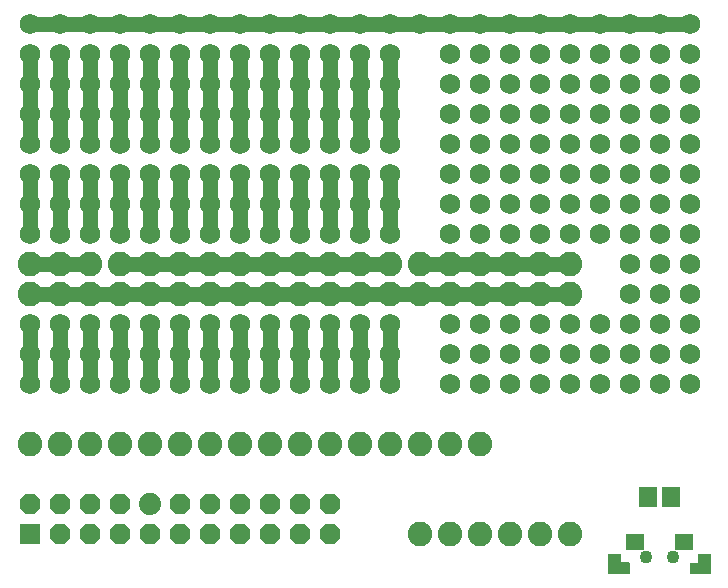
<source format=gts>
G04 EAGLE Gerber RS-274X export*
G75*
%MOMM*%
%FSLAX34Y34*%
%LPD*%
%INtop_mask*%
%IPPOS*%
%AMOC8*
5,1,8,0,0,1.08239X$1,22.5*%
G01*
%ADD10C,1.270000*%
%ADD11R,1.727200X1.727200*%
%ADD12P,1.869504X8X22.500000*%
%ADD13C,1.879600*%
%ADD14C,2.082800*%
%ADD15C,1.103200*%
%ADD16R,1.503200X1.403200*%
%ADD17R,0.812800X0.508000*%
%ADD18R,1.503200X1.703200*%
%ADD19C,1.727200*%

G36*
X761408Y360152D02*
X761408Y360152D01*
X761417Y360151D01*
X761505Y360172D01*
X761595Y360190D01*
X761602Y360195D01*
X761610Y360197D01*
X761683Y360251D01*
X761759Y360303D01*
X761763Y360310D01*
X761770Y360315D01*
X761817Y360393D01*
X761866Y360470D01*
X761867Y360479D01*
X761872Y360486D01*
X761899Y360650D01*
X761899Y369650D01*
X761899Y369652D01*
X761899Y369653D01*
X761898Y369659D01*
X761899Y369667D01*
X761878Y369755D01*
X761860Y369845D01*
X761855Y369852D01*
X761853Y369860D01*
X761799Y369933D01*
X761747Y370009D01*
X761740Y370013D01*
X761735Y370020D01*
X761657Y370067D01*
X761580Y370116D01*
X761571Y370117D01*
X761564Y370122D01*
X761400Y370149D01*
X754899Y370149D01*
X754899Y376650D01*
X754898Y376658D01*
X754899Y376667D01*
X754878Y376755D01*
X754860Y376845D01*
X754855Y376852D01*
X754853Y376860D01*
X754799Y376933D01*
X754747Y377009D01*
X754740Y377013D01*
X754735Y377020D01*
X754657Y377067D01*
X754580Y377116D01*
X754571Y377117D01*
X754564Y377122D01*
X754400Y377149D01*
X744400Y377149D01*
X744392Y377148D01*
X744383Y377149D01*
X744295Y377128D01*
X744205Y377110D01*
X744198Y377105D01*
X744190Y377103D01*
X744117Y377049D01*
X744041Y376997D01*
X744037Y376990D01*
X744030Y376985D01*
X743983Y376907D01*
X743934Y376830D01*
X743933Y376821D01*
X743928Y376814D01*
X743901Y376650D01*
X743901Y360650D01*
X743902Y360642D01*
X743901Y360633D01*
X743922Y360545D01*
X743940Y360455D01*
X743945Y360448D01*
X743947Y360440D01*
X744001Y360367D01*
X744053Y360291D01*
X744060Y360287D01*
X744065Y360280D01*
X744143Y360233D01*
X744220Y360184D01*
X744229Y360183D01*
X744236Y360178D01*
X744400Y360151D01*
X761400Y360151D01*
X761408Y360152D01*
G37*
G36*
X830408Y360152D02*
X830408Y360152D01*
X830417Y360151D01*
X830505Y360172D01*
X830595Y360190D01*
X830602Y360195D01*
X830610Y360197D01*
X830683Y360251D01*
X830759Y360303D01*
X830763Y360310D01*
X830770Y360315D01*
X830817Y360393D01*
X830866Y360470D01*
X830867Y360479D01*
X830872Y360486D01*
X830899Y360650D01*
X830899Y376650D01*
X830898Y376658D01*
X830899Y376667D01*
X830878Y376755D01*
X830860Y376845D01*
X830855Y376852D01*
X830853Y376860D01*
X830799Y376933D01*
X830747Y377009D01*
X830740Y377013D01*
X830735Y377020D01*
X830657Y377067D01*
X830580Y377116D01*
X830571Y377117D01*
X830564Y377122D01*
X830400Y377149D01*
X820400Y377149D01*
X820392Y377148D01*
X820383Y377149D01*
X820295Y377128D01*
X820205Y377110D01*
X820198Y377105D01*
X820190Y377103D01*
X820117Y377049D01*
X820041Y376997D01*
X820037Y376990D01*
X820030Y376985D01*
X819983Y376907D01*
X819934Y376830D01*
X819933Y376821D01*
X819928Y376814D01*
X819901Y376650D01*
X819901Y369149D01*
X813400Y369149D01*
X813392Y369148D01*
X813383Y369149D01*
X813295Y369128D01*
X813205Y369110D01*
X813198Y369105D01*
X813190Y369103D01*
X813117Y369049D01*
X813041Y368997D01*
X813037Y368990D01*
X813030Y368985D01*
X812983Y368907D01*
X812934Y368830D01*
X812933Y368821D01*
X812928Y368814D01*
X812901Y368650D01*
X812901Y360650D01*
X812902Y360642D01*
X812901Y360633D01*
X812922Y360545D01*
X812940Y360455D01*
X812945Y360448D01*
X812947Y360440D01*
X813001Y360367D01*
X813053Y360291D01*
X813060Y360287D01*
X813065Y360280D01*
X813143Y360233D01*
X813220Y360184D01*
X813229Y360183D01*
X813236Y360178D01*
X813400Y360151D01*
X830400Y360151D01*
X830408Y360152D01*
G37*
D10*
X330200Y723900D02*
X330200Y800100D01*
X355600Y800100D02*
X355600Y723900D01*
X381000Y723900D02*
X381000Y800100D01*
X406400Y800100D02*
X406400Y723900D01*
X431800Y723900D02*
X431800Y800100D01*
X457200Y800100D02*
X457200Y723900D01*
X482600Y723900D02*
X482600Y800100D01*
X508000Y800100D02*
X508000Y723900D01*
X533400Y723900D02*
X533400Y800100D01*
X558800Y800100D02*
X558800Y723900D01*
X330200Y698500D02*
X330200Y647700D01*
X355600Y647700D02*
X355600Y698500D01*
X381000Y698500D02*
X381000Y647700D01*
X406400Y647700D02*
X406400Y698500D01*
X431800Y698500D02*
X431800Y647700D01*
X457200Y647700D02*
X457200Y698500D01*
X482600Y698500D02*
X482600Y647700D01*
X508000Y647700D02*
X508000Y698500D01*
X533400Y698500D02*
X533400Y647700D01*
X558800Y647700D02*
X558800Y698500D01*
X330200Y571500D02*
X330200Y520700D01*
X355600Y520700D02*
X355600Y571500D01*
X381000Y571500D02*
X381000Y520700D01*
X406400Y520700D02*
X406400Y571500D01*
X431800Y571500D02*
X431800Y520700D01*
X457200Y520700D02*
X457200Y571500D01*
X482600Y571500D02*
X482600Y520700D01*
X508000Y520700D02*
X508000Y571500D01*
X533400Y571500D02*
X533400Y520700D01*
X558800Y520700D02*
X558800Y571500D01*
X711200Y596900D02*
X254000Y596900D01*
X330200Y622300D02*
X558800Y622300D01*
X304800Y647700D02*
X304800Y698500D01*
X279400Y698500D02*
X279400Y647700D01*
X254000Y647700D02*
X254000Y698500D01*
X254000Y571500D02*
X254000Y520700D01*
X279400Y520700D02*
X279400Y571500D01*
X304800Y571500D02*
X304800Y520700D01*
X304800Y723900D02*
X304800Y800100D01*
X279400Y800100D02*
X279400Y723900D01*
X254000Y723900D02*
X254000Y800100D01*
X254000Y622300D02*
X304800Y622300D01*
X584200Y622300D02*
X711200Y622300D01*
X812800Y825500D02*
X254000Y825500D01*
D11*
X254000Y393700D03*
D12*
X254000Y419100D03*
X279400Y393700D03*
X279400Y419100D03*
X304800Y393700D03*
X304800Y419100D03*
X330200Y393700D03*
X330200Y419100D03*
X355600Y393700D03*
D13*
X355600Y419100D03*
D12*
X381000Y393700D03*
X381000Y419100D03*
X406400Y393700D03*
X406400Y419100D03*
X431800Y393700D03*
X431800Y419100D03*
X457200Y393700D03*
X457200Y419100D03*
X482600Y393700D03*
X482600Y419100D03*
X508000Y393700D03*
X508000Y419100D03*
D14*
X558800Y596900D03*
X533400Y596900D03*
X508000Y596900D03*
X482600Y596900D03*
X457200Y596900D03*
X431800Y596900D03*
X406400Y596900D03*
X381000Y596900D03*
X355600Y596900D03*
X330200Y596900D03*
X558800Y622300D03*
X533400Y622300D03*
X508000Y622300D03*
X482600Y622300D03*
X457200Y622300D03*
X431800Y622300D03*
X406400Y622300D03*
X381000Y622300D03*
X355600Y622300D03*
X330200Y622300D03*
X254000Y622300D03*
X279400Y622300D03*
X304800Y622300D03*
X254000Y596900D03*
X279400Y596900D03*
X304800Y596900D03*
X584200Y393700D03*
X609600Y393700D03*
X635000Y393700D03*
X660400Y393700D03*
X685800Y393700D03*
X711200Y393700D03*
X254000Y469900D03*
X279400Y469900D03*
X381000Y469900D03*
X355600Y469900D03*
X330200Y469900D03*
X304800Y469900D03*
X508000Y469900D03*
X533400Y469900D03*
X558800Y469900D03*
X584200Y469900D03*
X431800Y469900D03*
X406400Y469900D03*
X482600Y469900D03*
X457200Y469900D03*
X609600Y469900D03*
X635000Y469900D03*
X584200Y622300D03*
X609600Y622300D03*
X635000Y622300D03*
X660400Y622300D03*
X685800Y622300D03*
X711200Y622300D03*
X584200Y596900D03*
X609600Y596900D03*
X635000Y596900D03*
X660400Y596900D03*
X685800Y596900D03*
X711200Y596900D03*
D15*
X775900Y374650D03*
D16*
X808400Y387650D03*
X766400Y387650D03*
D15*
X798900Y374650D03*
D17*
X750570Y364490D03*
X822960Y364490D03*
D18*
X796900Y425450D03*
X777900Y425450D03*
D19*
X787400Y825500D03*
X254000Y825500D03*
X812800Y825500D03*
X381000Y825500D03*
X304800Y825500D03*
X279400Y825500D03*
X330200Y825500D03*
X355600Y825500D03*
X406400Y825500D03*
X431800Y825500D03*
X457200Y825500D03*
X482600Y825500D03*
X508000Y825500D03*
X533400Y825500D03*
X558800Y825500D03*
X584200Y825500D03*
X609600Y825500D03*
X635000Y825500D03*
X660400Y825500D03*
X685800Y825500D03*
X711200Y825500D03*
X736600Y825500D03*
X762000Y825500D03*
X330200Y723900D03*
X330200Y749300D03*
X330200Y774700D03*
X330200Y800100D03*
X355600Y723900D03*
X355600Y749300D03*
X355600Y774700D03*
X355600Y800100D03*
X381000Y723900D03*
X381000Y749300D03*
X381000Y774700D03*
X381000Y800100D03*
X406400Y723900D03*
X406400Y749300D03*
X406400Y774700D03*
X406400Y800100D03*
X431800Y723900D03*
X431800Y749300D03*
X431800Y774700D03*
X431800Y800100D03*
X457200Y723900D03*
X457200Y749300D03*
X457200Y774700D03*
X457200Y800100D03*
X482600Y723900D03*
X482600Y749300D03*
X482600Y774700D03*
X482600Y800100D03*
X508000Y723900D03*
X508000Y749300D03*
X508000Y774700D03*
X508000Y800100D03*
X533400Y723900D03*
X533400Y749300D03*
X533400Y774700D03*
X533400Y800100D03*
X558800Y723900D03*
X558800Y749300D03*
X558800Y774700D03*
X558800Y800100D03*
X330200Y647700D03*
X330200Y673100D03*
X330200Y698500D03*
X355600Y647700D03*
X355600Y673100D03*
X355600Y698500D03*
X381000Y647700D03*
X381000Y673100D03*
X381000Y698500D03*
X406400Y647700D03*
X406400Y673100D03*
X406400Y698500D03*
X431800Y647700D03*
X431800Y673100D03*
X431800Y698500D03*
X457200Y647700D03*
X457200Y673100D03*
X457200Y698500D03*
X482600Y647700D03*
X482600Y673100D03*
X482600Y698500D03*
X508000Y647700D03*
X508000Y673100D03*
X508000Y698500D03*
X533400Y647700D03*
X533400Y673100D03*
X533400Y698500D03*
X330200Y520700D03*
X330200Y546100D03*
X330200Y571500D03*
X558800Y647700D03*
X558800Y673100D03*
X558800Y698500D03*
X355600Y520700D03*
X355600Y546100D03*
X355600Y571500D03*
X381000Y520700D03*
X381000Y546100D03*
X381000Y571500D03*
X406400Y520700D03*
X406400Y546100D03*
X406400Y571500D03*
X431800Y520700D03*
X431800Y546100D03*
X431800Y571500D03*
X457200Y520700D03*
X457200Y546100D03*
X457200Y571500D03*
X482600Y520700D03*
X482600Y546100D03*
X482600Y571500D03*
X508000Y520700D03*
X508000Y546100D03*
X508000Y571500D03*
X533400Y520700D03*
X533400Y546100D03*
X533400Y571500D03*
X558800Y520700D03*
X558800Y546100D03*
X558800Y571500D03*
X304800Y647700D03*
X304800Y673100D03*
X304800Y698500D03*
X279400Y647700D03*
X279400Y673100D03*
X279400Y698500D03*
X254000Y647700D03*
X254000Y673100D03*
X254000Y698500D03*
X254000Y520700D03*
X254000Y546100D03*
X254000Y571500D03*
X279400Y520700D03*
X279400Y546100D03*
X279400Y571500D03*
X304800Y520700D03*
X304800Y546100D03*
X304800Y571500D03*
X304800Y723900D03*
X304800Y749300D03*
X304800Y774700D03*
X304800Y800100D03*
X279400Y723900D03*
X279400Y749300D03*
X279400Y774700D03*
X279400Y800100D03*
X254000Y723900D03*
X254000Y749300D03*
X254000Y774700D03*
X254000Y800100D03*
X609600Y698500D03*
X609600Y673100D03*
X609600Y647700D03*
X635000Y698500D03*
X635000Y673100D03*
X635000Y647700D03*
X660400Y647700D03*
X660400Y673100D03*
X660400Y698500D03*
X685800Y698500D03*
X685800Y673100D03*
X685800Y647700D03*
X711200Y647700D03*
X711200Y673100D03*
X711200Y698500D03*
X609600Y723900D03*
X635000Y723900D03*
X660400Y723900D03*
X685800Y723900D03*
X711200Y723900D03*
X711200Y749300D03*
X685800Y749300D03*
X660400Y749300D03*
X635000Y749300D03*
X609600Y749300D03*
X609600Y774700D03*
X635000Y774700D03*
X660400Y774700D03*
X685800Y774700D03*
X711200Y774700D03*
X711200Y800100D03*
X685800Y800100D03*
X660400Y800100D03*
X635000Y800100D03*
X609600Y800100D03*
X609600Y571500D03*
X635000Y571500D03*
X660400Y571500D03*
X685800Y571500D03*
X711200Y571500D03*
X711200Y546100D03*
X711200Y520700D03*
X685800Y520700D03*
X685800Y546100D03*
X660400Y546100D03*
X660400Y520700D03*
X635000Y546100D03*
X635000Y520700D03*
X609600Y520700D03*
X609600Y546100D03*
X736600Y520700D03*
X736600Y546100D03*
X736600Y571500D03*
X736600Y647700D03*
X736600Y673100D03*
X736600Y698500D03*
X736600Y723900D03*
X736600Y749300D03*
X736600Y774700D03*
X736600Y800100D03*
X762000Y800100D03*
X762000Y774700D03*
X762000Y749300D03*
X762000Y723900D03*
X762000Y698500D03*
X762000Y673100D03*
X762000Y647700D03*
X762000Y622300D03*
X762000Y596900D03*
X762000Y571500D03*
X762000Y546100D03*
X762000Y520700D03*
X787400Y520700D03*
X787400Y546100D03*
X787400Y571500D03*
X787400Y596900D03*
X787400Y622300D03*
X787400Y647700D03*
X787400Y673100D03*
X787400Y698500D03*
X787400Y723900D03*
X787400Y749300D03*
X787400Y774700D03*
X787400Y800100D03*
X812800Y800100D03*
X812800Y774700D03*
X812800Y749300D03*
X812800Y723900D03*
X812800Y698500D03*
X812800Y673100D03*
X812800Y647700D03*
X812800Y622300D03*
X812800Y596900D03*
X812800Y571500D03*
X812800Y546100D03*
X812800Y520700D03*
M02*

</source>
